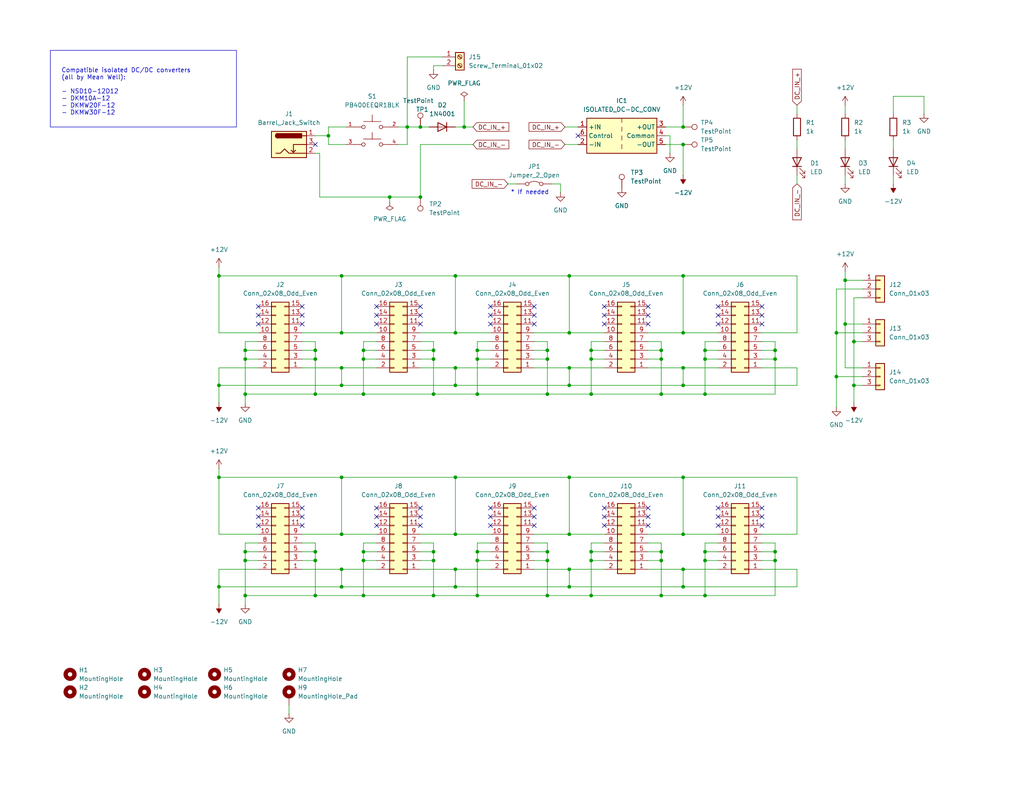
<source format=kicad_sch>
(kicad_sch (version 20250114) (generator "eeschema") (generator_version "9.0")
  (paper "User" 297 230)
  (title_block (title "Hog Moduleur PSU") (date "2025-06-04") (rev "0.1") (company "Shmøergh"))
  (rectangle (start 14.605 14.605) (end 68.58 36.83))
  (text "Compatible isolated DC/DC converters \n(all by Mean Well):\n\n- NSD10-12D12\n- DKM10A-12\n- DKMW20F-12\n- DKMW30F-12\n" (at 17.78 26.67 0) (effects (font (size 1.27 1.27)) (justify left)))
  (text "* If needed" (at 153.67 55.88 0) (effects (font (size 1.27 1.27))))
  (junction (at 138.43 101.6))
  (junction (at 198.12 154.94))
  (junction (at 113.03 57.15))
  (junction (at 105.41 160.02))
  (junction (at 198.12 36.83))
  (junction (at 99.06 154.94))
  (junction (at 91.44 104.14))
  (junction (at 132.08 138.43))
  (junction (at 165.1 96.52))
  (junction (at 204.47 114.3))
  (junction (at 71.12 101.6))
  (junction (at 138.43 162.56))
  (junction (at 63.5 80.01))
  (junction (at 125.73 160.02))
  (junction (at 63.5 170.18))
  (junction (at 158.75 160.02))
  (junction (at 204.47 172.72))
  (junction (at 191.77 114.3))
  (junction (at 99.06 138.43))
  (junction (at 198.12 96.52))
  (junction (at 91.44 162.56))
  (junction (at 71.12 172.72))
  (junction (at 138.43 160.02))
  (junction (at 121.92 36.83))
  (junction (at 158.75 114.3))
  (junction (at 165.1 80.01))
  (junction (at 204.47 101.6))
  (junction (at 165.1 170.18))
  (junction (at 191.77 160.02))
  (junction (at 198.12 106.68))
  (junction (at 134.62 36.83))
  (junction (at 105.41 104.14))
  (junction (at 91.44 101.6))
  (junction (at 247.65 99.06))
  (junction (at 91.44 172.72))
  (junction (at 224.79 160.02))
  (junction (at 125.73 114.3))
  (junction (at 171.45 160.02))
  (junction (at 71.12 114.3))
  (junction (at 105.41 162.56))
  (junction (at 171.45 114.3))
  (junction (at 198.12 41.91))
  (junction (at 118.11 36.83))
  (junction (at 99.06 170.18))
  (junction (at 99.06 80.01))
  (junction (at 105.41 114.3))
  (junction (at 63.5 138.43))
  (junction (at 204.47 104.14))
  (junction (at 204.47 160.02))
  (junction (at 224.79 101.6))
  (junction (at 91.44 160.02))
  (junction (at 158.75 101.6))
  (junction (at 158.75 104.14))
  (junction (at 99.06 165.1))
  (junction (at 125.73 162.56))
  (junction (at 165.1 138.43))
  (junction (at 191.77 101.6))
  (junction (at 165.1 106.68))
  (junction (at 105.41 101.6))
  (junction (at 91.44 114.3))
  (junction (at 198.12 111.76))
  (junction (at 132.08 106.68))
  (junction (at 198.12 138.43))
  (junction (at 121.92 57.15))
  (junction (at 171.45 104.14))
  (junction (at 132.08 154.94))
  (junction (at 132.08 80.01))
  (junction (at 198.12 80.01))
  (junction (at 204.47 162.56))
  (junction (at 71.12 162.56))
  (junction (at 171.45 172.72))
  (junction (at 132.08 96.52))
  (junction (at 171.45 101.6))
  (junction (at 125.73 172.72))
  (junction (at 105.41 172.72))
  (junction (at 171.45 162.56))
  (junction (at 224.79 104.14))
  (junction (at 99.06 106.68))
  (junction (at 165.1 154.94))
  (junction (at 138.43 114.3))
  (junction (at 191.77 162.56))
  (junction (at 198.12 165.1))
  (junction (at 132.08 111.76))
  (junction (at 242.57 96.52))
  (junction (at 132.08 170.18))
  (junction (at 165.1 165.1))
  (junction (at 95.25 39.37))
  (junction (at 63.5 111.76))
  (junction (at 99.06 96.52))
  (junction (at 71.12 104.14))
  (junction (at 245.11 93.98))
  (junction (at 138.43 172.72))
  (junction (at 242.57 109.22))
  (junction (at 191.77 104.14))
  (junction (at 224.79 162.56))
  (junction (at 198.12 170.18))
  (junction (at 99.06 111.76))
  (junction (at 165.1 111.76))
  (junction (at 158.75 162.56))
  (junction (at 125.73 101.6))
  (junction (at 125.73 104.14))
  (junction (at 158.75 172.72))
  (junction (at 132.08 165.1))
  (junction (at 247.65 111.76))
  (junction (at 245.11 81.28))
  (junction (at 191.77 172.72))
  (junction (at 138.43 104.14))
  (junction (at 71.12 160.02))
  (no_connect (at 220.98 152.4))
  (no_connect (at 175.26 149.86))
  (no_connect (at 121.92 91.44))
  (no_connect (at 142.24 152.4))
  (no_connect (at 187.96 93.98))
  (no_connect (at 109.22 147.32))
  (no_connect (at 87.63 149.86))
  (no_connect (at 175.26 152.4))
  (no_connect (at 167.64 39.37))
  (no_connect (at 154.94 91.44))
  (no_connect (at 175.26 91.44))
  (no_connect (at 187.96 147.32))
  (no_connect (at 187.96 149.86))
  (no_connect (at 121.92 93.98))
  (no_connect (at 87.63 91.44))
  (no_connect (at 154.94 149.86))
  (no_connect (at 154.94 152.4))
  (no_connect (at 87.63 88.9))
  (no_connect (at 142.24 149.86))
  (no_connect (at 74.93 93.98))
  (no_connect (at 154.94 93.98))
  (no_connect (at 74.93 149.86))
  (no_connect (at 109.22 91.44))
  (no_connect (at 74.93 88.9))
  (no_connect (at 154.94 88.9))
  (no_connect (at 220.98 93.98))
  (no_connect (at 175.26 88.9))
  (no_connect (at 91.44 41.91))
  (no_connect (at 208.28 93.98))
  (no_connect (at 74.93 147.32))
  (no_connect (at 87.63 147.32))
  (no_connect (at 109.22 149.86))
  (no_connect (at 142.24 147.32))
  (no_connect (at 154.94 147.32))
  (no_connect (at 121.92 147.32))
  (no_connect (at 187.96 91.44))
  (no_connect (at 208.28 149.86))
  (no_connect (at 208.28 91.44))
  (no_connect (at 142.24 93.98))
  (no_connect (at 142.24 91.44))
  (no_connect (at 220.98 147.32))
  (no_connect (at 121.92 149.86))
  (no_connect (at 121.92 88.9))
  (no_connect (at 175.26 93.98))
  (no_connect (at 175.26 147.32))
  (no_connect (at 109.22 88.9))
  (no_connect (at 121.92 152.4))
  (no_connect (at 220.98 88.9))
  (no_connect (at 74.93 91.44))
  (no_connect (at 187.96 152.4))
  (no_connect (at 208.28 152.4))
  (no_connect (at 87.63 152.4))
  (no_connect (at 87.63 93.98))
  (no_connect (at 109.22 152.4))
  (no_connect (at 208.28 147.32))
  (no_connect (at 208.28 88.9))
  (no_connect (at 74.93 152.4))
  (no_connect (at 187.96 88.9))
  (no_connect (at 109.22 93.98))
  (no_connect (at 220.98 91.44))
  (no_connect (at 220.98 149.86))
  (no_connect (at 142.24 88.9))
  (wire (pts (xy 91.44 172.72) (xy 71.12 172.72)))
  (wire (pts (xy 187.96 160.02) (xy 191.77 160.02)))
  (wire (pts (xy 171.45 99.06) (xy 171.45 101.6)))
  (wire (pts (xy 71.12 99.06) (xy 71.12 101.6)))
  (wire (pts (xy 118.11 41.91) (xy 118.11 36.83)))
  (wire (pts (xy 118.11 36.83) (xy 121.92 36.83)))
  (wire (pts (xy 87.63 106.68) (xy 99.06 106.68)))
  (wire (pts (xy 191.77 114.3) (xy 171.45 114.3)))
  (wire (pts (xy 99.06 80.01) (xy 132.08 80.01)))
  (wire (pts (xy 191.77 104.14) (xy 191.77 114.3)))
  (wire (pts (xy 204.47 160.02) (xy 204.47 162.56)))
  (wire (pts (xy 147.32 53.34) (xy 149.86 53.34)))
  (wire (pts (xy 125.73 162.56) (xy 125.73 172.72)))
  (wire (pts (xy 87.63 104.14) (xy 91.44 104.14)))
  (wire (pts (xy 99.06 154.94) (xy 99.06 138.43)))
  (wire (pts (xy 105.41 99.06) (xy 109.22 99.06)))
  (wire (pts (xy 165.1 106.68) (xy 175.26 106.68)))
  (wire (pts (xy 163.83 36.83) (xy 167.64 36.83)))
  (wire (pts (xy 63.5 96.52) (xy 63.5 80.01)))
  (wire (pts (xy 165.1 165.1) (xy 165.1 170.18)))
  (wire (pts (xy 191.77 101.6) (xy 191.77 104.14)))
  (wire (pts (xy 74.93 106.68) (xy 63.5 106.68)))
  (wire (pts (xy 125.73 114.3) (xy 138.43 114.3)))
  (wire (pts (xy 245.11 30.48) (xy 245.11 33.02)))
  (wire (pts (xy 165.1 138.43) (xy 165.1 154.94)))
  (wire (pts (xy 95.25 39.37) (xy 91.44 39.37)))
  (wire (pts (xy 63.5 80.01) (xy 63.5 77.47)))
  (wire (pts (xy 247.65 111.76) (xy 247.65 116.84)))
  (wire (pts (xy 63.5 80.01) (xy 99.06 80.01)))
  (wire (pts (xy 242.57 96.52) (xy 250.19 96.52)))
  (wire (pts (xy 224.79 162.56) (xy 224.79 172.72)))
  (wire (pts (xy 191.77 162.56) (xy 191.77 172.72)))
  (wire (pts (xy 224.79 172.72) (xy 204.47 172.72)))
  (wire (pts (xy 204.47 162.56) (xy 208.28 162.56)))
  (wire (pts (xy 187.96 157.48) (xy 191.77 157.48)))
  (wire (pts (xy 171.45 101.6) (xy 175.26 101.6)))
  (wire (pts (xy 132.08 165.1) (xy 142.24 165.1)))
  (wire (pts (xy 138.43 160.02) (xy 142.24 160.02)))
  (wire (pts (xy 74.93 165.1) (xy 63.5 165.1)))
  (wire (pts (xy 204.47 99.06) (xy 208.28 99.06)))
  (wire (pts (xy 171.45 157.48) (xy 175.26 157.48)))
  (wire (pts (xy 115.57 41.91) (xy 118.11 41.91)))
  (wire (pts (xy 191.77 114.3) (xy 204.47 114.3)))
  (wire (pts (xy 224.79 104.14) (xy 224.79 114.3)))
  (wire (pts (xy 220.98 106.68) (xy 231.14 106.68)))
  (wire (pts (xy 231.14 165.1) (xy 231.14 170.18)))
  (wire (pts (xy 204.47 104.14) (xy 204.47 114.3)))
  (wire (pts (xy 198.12 170.18) (xy 231.14 170.18)))
  (wire (pts (xy 105.41 162.56) (xy 109.22 162.56)))
  (wire (pts (xy 158.75 104.14) (xy 158.75 114.3)))
  (wire (pts (xy 132.08 80.01) (xy 165.1 80.01)))
  (wire (pts (xy 193.04 36.83) (xy 198.12 36.83)))
  (wire (pts (xy 245.11 106.68) (xy 250.19 106.68)))
  (wire (pts (xy 220.98 165.1) (xy 231.14 165.1)))
  (wire (pts (xy 91.44 114.3) (xy 105.41 114.3)))
  (wire (pts (xy 245.11 93.98) (xy 250.19 93.98)))
  (wire (pts (xy 87.63 157.48) (xy 91.44 157.48)))
  (wire (pts (xy 87.63 160.02) (xy 91.44 160.02)))
  (wire (pts (xy 132.08 96.52) (xy 142.24 96.52)))
  (wire (pts (xy 198.12 106.68) (xy 208.28 106.68)))
  (wire (pts (xy 158.75 162.56) (xy 158.75 172.72)))
  (wire (pts (xy 198.12 111.76) (xy 231.14 111.76)))
  (wire (pts (xy 193.04 39.37) (xy 194.31 39.37)))
  (wire (pts (xy 247.65 99.06) (xy 247.65 111.76)))
  (wire (pts (xy 71.12 104.14) (xy 71.12 114.3)))
  (wire (pts (xy 198.12 80.01) (xy 231.14 80.01)))
  (wire (pts (xy 63.5 154.94) (xy 63.5 138.43)))
  (wire (pts (xy 63.5 106.68) (xy 63.5 111.76)))
  (wire (pts (xy 100.33 41.91) (xy 95.25 41.91)))
  (wire (pts (xy 187.96 96.52) (xy 198.12 96.52)))
  (wire (pts (xy 242.57 109.22) (xy 242.57 96.52)))
  (wire (pts (xy 245.11 93.98) (xy 245.11 106.68)))
  (wire (pts (xy 109.22 154.94) (xy 99.06 154.94)))
  (wire (pts (xy 242.57 118.11) (xy 242.57 109.22)))
  (wire (pts (xy 165.1 96.52) (xy 175.26 96.52)))
  (wire (pts (xy 138.43 160.02) (xy 138.43 162.56)))
  (wire (pts (xy 99.06 170.18) (xy 132.08 170.18)))
  (wire (pts (xy 158.75 172.72) (xy 138.43 172.72)))
  (wire (pts (xy 125.73 160.02) (xy 125.73 162.56)))
  (wire (pts (xy 158.75 157.48) (xy 158.75 160.02)))
  (wire (pts (xy 171.45 99.06) (xy 175.26 99.06)))
  (wire (pts (xy 224.79 160.02) (xy 224.79 162.56)))
  (wire (pts (xy 63.5 170.18) (xy 63.5 175.26)))
  (wire (pts (xy 132.08 80.01) (xy 132.08 96.52)))
  (wire (pts (xy 250.19 111.76) (xy 247.65 111.76)))
  (wire (pts (xy 91.44 114.3) (xy 71.12 114.3)))
  (wire (pts (xy 162.56 55.88) (xy 162.56 53.34)))
  (wire (pts (xy 125.73 101.6) (xy 125.73 104.14)))
  (wire (pts (xy 109.22 106.68) (xy 99.06 106.68)))
  (wire (pts (xy 154.94 157.48) (xy 158.75 157.48)))
  (wire (pts (xy 121.92 165.1) (xy 132.08 165.1)))
  (wire (pts (xy 118.11 16.51) (xy 118.11 36.83)))
  (wire (pts (xy 71.12 101.6) (xy 71.12 104.14)))
  (wire (pts (xy 154.94 101.6) (xy 158.75 101.6)))
  (wire (pts (xy 187.96 104.14) (xy 191.77 104.14)))
  (wire (pts (xy 198.12 165.1) (xy 198.12 170.18)))
  (wire (pts (xy 105.41 104.14) (xy 105.41 114.3)))
  (wire (pts (xy 109.22 165.1) (xy 99.06 165.1)))
  (wire (pts (xy 231.14 30.48) (xy 231.14 33.02)))
  (wire (pts (xy 154.94 106.68) (xy 165.1 106.68)))
  (wire (pts (xy 165.1 80.01) (xy 198.12 80.01)))
  (wire (pts (xy 198.12 138.43) (xy 198.12 154.94)))
  (wire (pts (xy 121.92 104.14) (xy 125.73 104.14)))
  (wire (pts (xy 154.94 154.94) (xy 165.1 154.94)))
  (wire (pts (xy 224.79 99.06) (xy 224.79 101.6)))
  (wire (pts (xy 171.45 104.14) (xy 175.26 104.14)))
  (wire (pts (xy 165.1 138.43) (xy 198.12 138.43)))
  (wire (pts (xy 259.08 27.94) (xy 259.08 33.02)))
  (wire (pts (xy 87.63 99.06) (xy 91.44 99.06)))
  (wire (pts (xy 87.63 165.1) (xy 99.06 165.1)))
  (wire (pts (xy 121.92 154.94) (xy 132.08 154.94)))
  (wire (pts (xy 125.73 19.05) (xy 125.73 20.32)))
  (wire (pts (xy 71.12 160.02) (xy 74.93 160.02)))
  (wire (pts (xy 198.12 96.52) (xy 208.28 96.52)))
  (wire (pts (xy 259.08 53.34) (xy 259.08 50.8)))
  (wire (pts (xy 224.79 157.48) (xy 224.79 160.02)))
  (wire (pts (xy 138.43 162.56) (xy 142.24 162.56)))
  (wire (pts (xy 187.96 162.56) (xy 191.77 162.56)))
  (wire (pts (xy 267.97 33.02) (xy 267.97 27.94)))
  (wire (pts (xy 71.12 162.56) (xy 71.12 172.72)))
  (wire (pts (xy 154.94 160.02) (xy 158.75 160.02)))
  (wire (pts (xy 121.92 106.68) (xy 132.08 106.68)))
  (wire (pts (xy 99.06 165.1) (xy 99.06 170.18)))
  (wire (pts (xy 71.12 157.48) (xy 74.93 157.48)))
  (wire (pts (xy 165.1 80.01) (xy 165.1 96.52)))
  (wire (pts (xy 87.63 154.94) (xy 99.06 154.94)))
  (wire (pts (xy 105.41 101.6) (xy 105.41 104.14)))
  (wire (pts (xy 91.44 104.14) (xy 91.44 114.3)))
  (wire (pts (xy 231.14 106.68) (xy 231.14 111.76)))
  (wire (pts (xy 105.41 162.56) (xy 105.41 172.72)))
  (wire (pts (xy 171.45 162.56) (xy 171.45 172.72)))
  (wire (pts (xy 92.71 44.45) (xy 91.44 44.45)))
  (wire (pts (xy 91.44 157.48) (xy 91.44 160.02)))
  (wire (pts (xy 220.98 101.6) (xy 224.79 101.6)))
  (wire (pts (xy 171.45 157.48) (xy 171.45 160.02)))
  (wire (pts (xy 125.73 104.14) (xy 125.73 114.3)))
  (wire (pts (xy 231.14 80.01) (xy 231.14 96.52)))
  (wire (pts (xy 105.41 160.02) (xy 109.22 160.02)))
  (wire (pts (xy 138.43 162.56) (xy 138.43 172.72)))
  (wire (pts (xy 121.92 160.02) (xy 125.73 160.02)))
  (wire (pts (xy 245.11 53.34) (xy 245.11 50.8)))
  (wire (pts (xy 165.1 106.68) (xy 165.1 111.76)))
  (wire (pts (xy 71.12 99.06) (xy 74.93 99.06)))
  (wire (pts (xy 132.08 111.76) (xy 165.1 111.76)))
  (wire (pts (xy 99.06 111.76) (xy 132.08 111.76)))
  (wire (pts (xy 245.11 43.18) (xy 245.11 40.64)))
  (wire (pts (xy 158.75 99.06) (xy 158.75 101.6)))
  (wire (pts (xy 138.43 101.6) (xy 138.43 104.14)))
  (wire (pts (xy 125.73 99.06) (xy 125.73 101.6)))
  (wire (pts (xy 158.75 114.3) (xy 171.45 114.3)))
  (wire (pts (xy 138.43 157.48) (xy 142.24 157.48)))
  (wire (pts (xy 128.27 19.05) (xy 125.73 19.05)))
  (wire (pts (xy 105.41 157.48) (xy 109.22 157.48)))
  (wire (pts (xy 231.14 138.43) (xy 231.14 154.94)))
  (wire (pts (xy 224.79 101.6) (xy 224.79 104.14)))
  (wire (pts (xy 250.19 86.36) (xy 247.65 86.36)))
  (wire (pts (xy 165.1 111.76) (xy 198.12 111.76)))
  (wire (pts (xy 231.14 53.34) (xy 231.14 50.8)))
  (wire (pts (xy 71.12 101.6) (xy 74.93 101.6)))
  (wire (pts (xy 99.06 138.43) (xy 132.08 138.43)))
  (wire (pts (xy 171.45 160.02) (xy 175.26 160.02)))
  (wire (pts (xy 71.12 172.72) (xy 71.12 175.26)))
  (wire (pts (xy 134.62 29.21) (xy 134.62 36.83)))
  (wire (pts (xy 171.45 162.56) (xy 175.26 162.56)))
  (wire (pts (xy 91.44 99.06) (xy 91.44 101.6)))
  (wire (pts (xy 220.98 160.02) (xy 224.79 160.02)))
  (wire (pts (xy 121.92 157.48) (xy 125.73 157.48)))
  (wire (pts (xy 154.94 162.56) (xy 158.75 162.56)))
  (wire (pts (xy 247.65 86.36) (xy 247.65 99.06)))
  (wire (pts (xy 95.25 36.83) (xy 95.25 39.37)))
  (wire (pts (xy 154.94 96.52) (xy 165.1 96.52)))
  (wire (pts (xy 204.47 157.48) (xy 204.47 160.02)))
  (wire (pts (xy 165.1 154.94) (xy 175.26 154.94)))
  (wire (pts (xy 87.63 96.52) (xy 99.06 96.52)))
  (wire (pts (xy 71.12 104.14) (xy 74.93 104.14)))
  (wire (pts (xy 242.57 96.52) (xy 242.57 83.82)))
  (wire (pts (xy 121.92 99.06) (xy 125.73 99.06)))
  (wire (pts (xy 163.83 41.91) (xy 167.64 41.91)))
  (wire (pts (xy 132.08 138.43) (xy 165.1 138.43)))
  (wire (pts (xy 191.77 99.06) (xy 191.77 101.6)))
  (wire (pts (xy 245.11 78.74) (xy 245.11 81.28)))
  (wire (pts (xy 109.22 96.52) (xy 99.06 96.52)))
  (wire (pts (xy 220.98 154.94) (xy 231.14 154.94)))
  (wire (pts (xy 105.41 157.48) (xy 105.41 160.02)))
  (wire (pts (xy 87.63 101.6) (xy 91.44 101.6)))
  (wire (pts (xy 137.16 41.91) (xy 121.92 41.91)))
  (wire (pts (xy 63.5 165.1) (xy 63.5 170.18)))
  (wire (pts (xy 165.1 170.18) (xy 198.12 170.18)))
  (wire (pts (xy 128.27 16.51) (xy 118.11 16.51)))
  (wire (pts (xy 71.12 157.48) (xy 71.12 160.02)))
  (wire (pts (xy 91.44 162.56) (xy 91.44 172.72)))
  (wire (pts (xy 74.93 154.94) (xy 63.5 154.94)))
  (wire (pts (xy 71.12 162.56) (xy 74.93 162.56)))
  (wire (pts (xy 121.92 36.83) (xy 124.46 36.83)))
  (wire (pts (xy 92.71 44.45) (xy 92.71 57.15)))
  (wire (pts (xy 132.08 36.83) (xy 134.62 36.83)))
  (wire (pts (xy 138.43 104.14) (xy 138.43 114.3)))
  (wire (pts (xy 198.12 138.43) (xy 231.14 138.43)))
  (wire (pts (xy 220.98 96.52) (xy 231.14 96.52)))
  (wire (pts (xy 158.75 160.02) (xy 158.75 162.56)))
  (wire (pts (xy 125.73 172.72) (xy 105.41 172.72)))
  (wire (pts (xy 198.12 80.01) (xy 198.12 96.52)))
  (wire (pts (xy 138.43 99.06) (xy 138.43 101.6)))
  (wire (pts (xy 191.77 172.72) (xy 171.45 172.72)))
  (wire (pts (xy 204.47 157.48) (xy 208.28 157.48)))
  (wire (pts (xy 191.77 157.48) (xy 191.77 160.02)))
  (wire (pts (xy 245.11 81.28) (xy 250.19 81.28)))
  (wire (pts (xy 247.65 99.06) (xy 250.19 99.06)))
  (wire (pts (xy 231.14 43.18) (xy 231.14 40.64)))
  (wire (pts (xy 132.08 170.18) (xy 165.1 170.18)))
  (wire (pts (xy 105.41 104.14) (xy 109.22 104.14)))
  (wire (pts (xy 99.06 96.52) (xy 99.06 80.01)))
  (wire (pts (xy 63.5 138.43) (xy 63.5 135.89)))
  (wire (pts (xy 74.93 96.52) (xy 63.5 96.52)))
  (wire (pts (xy 171.45 160.02) (xy 171.45 162.56)))
  (wire (pts (xy 63.5 170.18) (xy 99.06 170.18)))
  (wire (pts (xy 91.44 172.72) (xy 105.41 172.72)))
  (wire (pts (xy 198.12 154.94) (xy 208.28 154.94)))
  (wire (pts (xy 267.97 27.94) (xy 259.08 27.94)))
  (wire (pts (xy 171.45 104.14) (xy 171.45 114.3)))
  (wire (pts (xy 113.03 58.42) (xy 113.03 57.15)))
  (wire (pts (xy 198.12 165.1) (xy 208.28 165.1)))
  (wire (pts (xy 154.94 104.14) (xy 158.75 104.14)))
  (wire (pts (xy 121.92 96.52) (xy 132.08 96.52)))
  (wire (pts (xy 100.33 36.83) (xy 95.25 36.83)))
  (wire (pts (xy 134.62 36.83) (xy 137.16 36.83)))
  (wire (pts (xy 194.31 39.37) (xy 194.31 44.45)))
  (wire (pts (xy 132.08 154.94) (xy 142.24 154.94)))
  (wire (pts (xy 204.47 99.06) (xy 204.47 101.6)))
  (wire (pts (xy 99.06 106.68) (xy 99.06 111.76)))
  (wire (pts (xy 162.56 53.34) (xy 160.02 53.34)))
  (wire (pts (xy 132.08 106.68) (xy 132.08 111.76)))
  (wire (pts (xy 154.94 99.06) (xy 158.75 99.06)))
  (wire (pts (xy 242.57 83.82) (xy 250.19 83.82)))
  (wire (pts (xy 113.03 57.15) (xy 92.71 57.15)))
  (wire (pts (xy 105.41 160.02) (xy 105.41 162.56)))
  (wire (pts (xy 187.96 99.06) (xy 191.77 99.06)))
  (wire (pts (xy 220.98 104.14) (xy 224.79 104.14)))
  (wire (pts (xy 165.1 165.1) (xy 175.26 165.1)))
  (wire (pts (xy 63.5 138.43) (xy 99.06 138.43)))
  (wire (pts (xy 125.73 114.3) (xy 105.41 114.3)))
  (wire (pts (xy 105.41 99.06) (xy 105.41 101.6)))
  (wire (pts (xy 121.92 162.56) (xy 125.73 162.56)))
  (wire (pts (xy 154.94 165.1) (xy 165.1 165.1)))
  (wire (pts (xy 105.41 101.6) (xy 109.22 101.6)))
  (wire (pts (xy 220.98 162.56) (xy 224.79 162.56)))
  (wire (pts (xy 158.75 101.6) (xy 158.75 104.14)))
  (wire (pts (xy 63.5 111.76) (xy 99.06 111.76)))
  (wire (pts (xy 187.96 101.6) (xy 191.77 101.6)))
  (wire (pts (xy 198.12 50.8) (xy 198.12 41.91)))
  (wire (pts (xy 71.12 160.02) (xy 71.12 162.56)))
  (wire (pts (xy 71.12 114.3) (xy 71.12 116.84)))
  (wire (pts (xy 95.25 41.91) (xy 95.25 39.37)))
  (wire (pts (xy 220.98 157.48) (xy 224.79 157.48)))
  (wire (pts (xy 204.47 101.6) (xy 208.28 101.6)))
  (wire (pts (xy 191.77 172.72) (xy 204.47 172.72)))
  (wire (pts (xy 158.75 172.72) (xy 171.45 172.72)))
  (wire (pts (xy 138.43 101.6) (xy 142.24 101.6)))
  (wire (pts (xy 132.08 165.1) (xy 132.08 170.18)))
  (wire (pts (xy 121.92 41.91) (xy 121.92 57.15)))
  (wire (pts (xy 198.12 30.48) (xy 198.12 36.83)))
  (wire (pts (xy 204.47 101.6) (xy 204.47 104.14)))
  (wire (pts (xy 91.44 160.02) (xy 91.44 162.56)))
  (wire (pts (xy 259.08 43.18) (xy 259.08 40.64)))
  (wire (pts (xy 187.96 154.94) (xy 198.12 154.94)))
  (wire (pts (xy 187.96 165.1) (xy 198.12 165.1)))
  (wire (pts (xy 220.98 99.06) (xy 224.79 99.06)))
  (wire (pts (xy 138.43 99.06) (xy 142.24 99.06)))
  (wire (pts (xy 87.63 162.56) (xy 91.44 162.56)))
  (wire (pts (xy 242.57 109.22) (xy 250.19 109.22)))
  (wire (pts (xy 132.08 138.43) (xy 132.08 154.94)))
  (wire (pts (xy 138.43 157.48) (xy 138.43 160.02)))
  (wire (pts (xy 132.08 106.68) (xy 142.24 106.68)))
  (wire (pts (xy 121.92 101.6) (xy 125.73 101.6)))
  (wire (pts (xy 171.45 101.6) (xy 171.45 104.14)))
  (wire (pts (xy 204.47 160.02) (xy 208.28 160.02)))
  (wire (pts (xy 193.04 41.91) (xy 198.12 41.91)))
  (wire (pts (xy 91.44 101.6) (xy 91.44 104.14)))
  (wire (pts (xy 125.73 172.72) (xy 138.43 172.72)))
  (wire (pts (xy 204.47 162.56) (xy 204.47 172.72)))
  (wire (pts (xy 158.75 114.3) (xy 138.43 114.3)))
  (wire (pts (xy 191.77 160.02) (xy 191.77 162.56)))
  (wire (pts (xy 204.47 104.14) (xy 208.28 104.14)))
  (wire (pts (xy 198.12 106.68) (xy 198.12 111.76)))
  (wire (pts (xy 63.5 111.76) (xy 63.5 116.84)))
  (wire (pts (xy 83.82 207.01) (xy 83.82 204.47)))
  (wire (pts (xy 224.79 114.3) (xy 204.47 114.3)))
  (wire (pts (xy 125.73 157.48) (xy 125.73 160.02)))
  (wire (pts (xy 121.92 57.15) (xy 113.03 57.15)))
  (wire (pts (xy 187.96 106.68) (xy 198.12 106.68)))
  (wire (pts (xy 138.43 104.14) (xy 142.24 104.14)))
  (wire (pts (xy 245.11 81.28) (xy 245.11 93.98)))
  (wire (pts (xy 115.57 36.83) (xy 118.11 36.83)))
  (global_label "DC_IN_+" (shape input) (at 231.14 30.48 90) (property "Intersheetrefs" "${INTERSHEET_REFS}" (effects (hide yes))))
  (global_label "DC_IN_-" (shape input) (at 147.32 53.34 180) (property "Intersheetrefs" "${INTERSHEET_REFS}" (effects (hide yes))))
  (global_label "DC_IN_+" (shape input) (at 137.16 36.83 0) (property "Intersheetrefs" "${INTERSHEET_REFS}" (effects (hide yes))))
  (global_label "DC_IN_-" (shape input) (at 137.16 41.91 0) (property "Intersheetrefs" "${INTERSHEET_REFS}" (effects (hide yes))))
  (global_label "DC_IN_-" (shape input) (at 163.83 41.91 180) (property "Intersheetrefs" "${INTERSHEET_REFS}" (effects (hide yes))))
  (global_label "DC_IN_-" (shape input) (at 231.14 53.34 270) (property "Intersheetrefs" "${INTERSHEET_REFS}" (effects (hide yes))))
  (global_label "DC_IN_+" (shape input) (at 163.83 36.83 180) (property "Intersheetrefs" "${INTERSHEET_REFS}" (effects (hide yes))))
  (symbol (lib_id "Device:R") (at 259.08 36.83 0) (unit 1)
    (property "Reference" "R3" (at 261.62 35.5599 0) (effects (justify left)))
    (property "Value" "1k" (at 261.62 38.0999 0) (effects (justify left)))
    (property "Footprint" "Shmoergh_Custom_Footprints:R_Axial_DIN0207_L6.3mm_D2.5mm_P7.62mm_Horizontal" (effects (hide yes)))
    (property "Description" "Resistor" (effects (hide yes)))
    (property "Part No." "303-MF0W4FF1001A10 " (effects (hide yes)))
    (property "Part URL" "https://mou.sr/3ZzOD6G" (effects (hide yes)))
    (property "Vendor" "Mouser" (effects (hide yes)))
  )
  (symbol (lib_id "Mechanical:MountingHole") (at 83.82 195.58 0) (unit 1) (exclude_from_sim yes) (in_bom no)
    (property "Reference" "H7" (at 86.36 194.3099 0) (effects (justify left)))
    (property "Value" "MountingHole" (at 86.36 196.8499 0) (effects (justify left)))
    (property "Footprint" "MountingHole:MountingHole_3.2mm_M3_DIN965" (effects (hide yes)))
    (property "Description" "Mounting Hole without connection" (effects (hide yes)))
    (property "Part No." "N/A" (effects (hide yes)))
    (property "Part URL" "N/A" (effects (hide yes)))
    (property "Vendor" "N/A" (effects (hide yes)))
  )
  (symbol (lib_id "power:GND") (at 83.82 207.01 0) (unit 1)
    (property "Reference" "#PWR012" (effects (hide yes)))
    (property "Value" "GND" (at 83.82 212.09 0))
    (property "Description" "Power symbol creates a global label with name \"GND\" , ground" (effects (hide yes)))
  )
  (symbol (lib_name "-12V_1") (lib_id "power:-12V") (at 63.5 116.84 180) (unit 1)
    (property "Reference" "#PWR02" (effects (hide yes)))
    (property "Value" "-12V" (at 63.5 121.92 0))
    (property "Description" "Power symbol creates a global label with name \"-12V\"" (effects (hide yes)))
  )
  (symbol (lib_name "GND_1") (lib_id "power:GND") (at 125.73 20.32 0) (unit 1)
    (property "Reference" "#PWR016" (effects (hide yes)))
    (property "Value" "GND" (at 125.73 25.4 0))
    (property "Description" "Power symbol creates a global label with name \"GND\" , ground" (effects (hide yes)))
  )
  (symbol (lib_id "power:GND") (at 242.57 118.11 0) (unit 1)
    (property "Reference" "#PWR015" (effects (hide yes)))
    (property "Value" "GND" (at 242.57 123.19 0))
    (property "Description" "Power symbol creates a global label with name \"GND\" , ground" (effects (hide yes)))
  )
  (symbol (lib_id "Connector_Generic:Conn_02x08_Odd_Even") (at 215.9 157.48 180) (unit 1)
    (property "Reference" "J11" (at 214.63 140.97 0))
    (property "Value" "Conn_02x08_Odd_Even" (at 214.63 143.51 0))
    (property "Footprint" "Connector_IDC:IDC-Header_2x08_P2.54mm_Vertical" (effects (hide yes)))
    (property "Description" "Generic connector, double row, 02x08, odd/even pin numbering scheme (row 1 odd numbers, row 2 even numbers), script generated (kicad-library-utils/schlib/autogen/connector/)" (effects (hide yes)))
    (property "Part No." "737-BHR-16-VUA" (effects (hide yes)))
    (property "Part URL" "https://mou.sr/4jUmWfT" (effects (hide yes)))
    (property "Vendor" "Mouser" (effects (hide yes)))
  )
  (symbol (lib_id "Connector_Generic:Conn_01x03") (at 255.27 83.82 0) (unit 1) (in_bom no)
    (property "Reference" "J12" (at 257.81 82.5499 0) (effects (justify left)))
    (property "Value" "Conn_01x03" (at 257.81 85.0899 0) (effects (justify left)))
    (property "Footprint" "Connector_PinHeader_2.54mm:PinHeader_1x03_P2.54mm_Vertical" (effects (hide yes)))
    (property "Description" "Generic connector, single row, 01x03, script generated (kicad-library-utils/schlib/autogen/connector/)" (effects (hide yes)))
  )
  (symbol (lib_id "Connector_Generic:Conn_01x03") (at 255.27 109.22 0) (unit 1) (in_bom no)
    (property "Reference" "J14" (at 257.81 107.9499 0) (effects (justify left)))
    (property "Value" "Conn_01x03" (at 257.81 110.4899 0) (effects (justify left)))
    (property "Footprint" "Connector_PinHeader_2.54mm:PinHeader_1x03_P2.54mm_Vertical" (effects (hide yes)))
    (property "Description" "Generic connector, single row, 01x03, script generated (kicad-library-utils/schlib/autogen/connector/)" (effects (hide yes)))
  )
  (symbol (lib_id "power:PWR_FLAG") (at 134.62 29.21 0) (unit 1)
    (property "Reference" "#FLG01" (effects (hide yes)))
    (property "Value" "PWR_FLAG" (at 134.62 24.13 0))
    (property "Description" "Special symbol for telling ERC where power comes from" (effects (hide yes)))
  )
  (symbol (lib_name "+12V_1") (lib_id "power:+12V") (at 63.5 77.47 0) (unit 1)
    (property "Reference" "#PWR01" (effects (hide yes)))
    (property "Value" "+12V" (at 63.5 72.39 0))
    (property "Description" "Power symbol creates a global label with name \"+12V\"" (effects (hide yes)))
  )
  (symbol (lib_id "Device:R") (at 245.11 36.83 0) (unit 1)
    (property "Reference" "R2" (at 247.65 35.5599 0) (effects (justify left)))
    (property "Value" "1k" (at 247.65 38.0999 0) (effects (justify left)))
    (property "Footprint" "Shmoergh_Custom_Footprints:R_Axial_DIN0207_L6.3mm_D2.5mm_P7.62mm_Horizontal" (effects (hide yes)))
    (property "Description" "Resistor" (effects (hide yes)))
    (property "Part No." "303-MF0W4FF1001A10 " (effects (hide yes)))
    (property "Part URL" "https://mou.sr/3ZzOD6G" (effects (hide yes)))
    (property "Vendor" "Mouser" (effects (hide yes)))
  )
  (symbol (lib_name "GND_2") (lib_id "power:GND") (at 267.97 33.02 0) (unit 1)
    (property "Reference" "#PWR019" (effects (hide yes)))
    (property "Value" "GND" (at 267.97 38.1 0))
    (property "Description" "Power symbol creates a global label with name \"GND\" , ground" (effects (hide yes)))
  )
  (symbol (lib_id "power:PWR_FLAG") (at 113.03 58.42 180) (unit 1)
    (property "Reference" "#FLG02" (effects (hide yes)))
    (property "Value" "PWR_FLAG" (at 113.03 63.5 0))
    (property "Description" "Special symbol for telling ERC where power comes from" (effects (hide yes)))
  )
  (symbol (lib_name "+12V_1") (lib_id "power:+12V") (at 63.5 135.89 0) (unit 1)
    (property "Reference" "#PWR04" (effects (hide yes)))
    (property "Value" "+12V" (at 63.5 130.81 0))
    (property "Description" "Power symbol creates a global label with name \"+12V\"" (effects (hide yes)))
  )
  (symbol (lib_id "Shmoergh-Custom-Components:PB400EEQR1BLK") (at 107.95 39.37 0) (unit 1)
    (property "Reference" "S1" (at 107.95 27.94 0))
    (property "Value" "PB400EEQR1BLK" (at 107.95 30.48 0))
    (property "Footprint" "Shmoergh_Custom_Footprints:SW_PB400EEQR1BLK" (effects (hide yes)))
    (property "Description" "Pushbutton Switch, DPST,OFF-ON, Round Actuator,3A,30VDC, R/A PC, PB400 Series | E-Switch PB400EEQR1BLK" (effects (hide yes)))
    (property "MF" "E-Switch" (effects (hide yes)))
    (property "MAXIMUM_PACKAGE_HEIGHT" "10.6 mm" (effects (hide yes)))
    (property "Package" "None" (effects (hide yes)))
    (property "Price" "None" (effects (hide yes)))
    (property "Check_prices" "https://www.snapeda.com/parts/PB400EEQR1BLK/E-Switch/view-part/?ref=eda" (effects (hide yes)))
    (property "STANDARD" "Manufacturer Recommendations" (effects (hide yes)))
    (property "PARTREV" "A" (effects (hide yes)))
    (property "SnapEDA_Link" "https://www.snapeda.com/parts/PB400EEQR1BLK/E-Switch/view-part/?ref=snap" (effects (hide yes)))
    (property "MP" "PB400EEQR1BLK" (effects (hide yes)))
    (property "Availability" "In Stock" (effects (hide yes)))
    (property "MANUFACTURER" "E-Switch" (effects (hide yes)))
    (property "Part No." "612-PB400EEQR1BLK " (effects (hide yes)))
    (property "Part URL" "https://mou.sr/3TDv9tV" (effects (hide yes)))
    (property "Vendor" "Mouser" (effects (hide yes)))
  )
  (symbol (lib_id "Connector:TestPoint") (at 180.34 54.61 0) (unit 1) (in_bom no)
    (property "Reference" "TP3" (at 182.88 50.0379 0) (effects (justify left)))
    (property "Value" "TestPoint" (at 182.88 52.5779 0) (effects (justify left)))
    (property "Footprint" "TestPoint:TestPoint_THTPad_2.0x2.0mm_Drill1.0mm" (effects (hide yes)))
    (property "Description" "test point" (effects (hide yes)))
    (property "Part No." "N/A" (effects (hide yes)))
    (property "Part URL" "N/A" (effects (hide yes)))
    (property "Vendor" "N/A" (effects (hide yes)))
  )
  (symbol (lib_id "Mechanical:MountingHole") (at 20.32 195.58 0) (unit 1) (exclude_from_sim yes) (in_bom no)
    (property "Reference" "H1" (at 22.86 194.3099 0) (effects (justify left)))
    (property "Value" "MountingHole" (at 22.86 196.8499 0) (effects (justify left)))
    (property "Footprint" "MountingHole:MountingHole_3.2mm_M3_DIN965" (effects (hide yes)))
    (property "Description" "Mounting Hole without connection" (effects (hide yes)))
    (property "Part No." "N/A" (effects (hide yes)))
    (property "Part URL" "N/A" (effects (hide yes)))
    (property "Vendor" "N/A" (effects (hide yes)))
  )
  (symbol (lib_id "Connector_Generic:Conn_02x08_Odd_Even") (at 182.88 157.48 180) (unit 1)
    (property "Reference" "J10" (at 181.61 140.97 0))
    (property "Value" "Conn_02x08_Odd_Even" (at 181.61 143.51 0))
    (property "Footprint" "Connector_IDC:IDC-Header_2x08_P2.54mm_Vertical" (effects (hide yes)))
    (property "Description" "Generic connector, double row, 02x08, odd/even pin numbering scheme (row 1 odd numbers, row 2 even numbers), script generated (kicad-library-utils/schlib/autogen/connector/)" (effects (hide yes)))
    (property "Part No." "737-BHR-16-VUA" (effects (hide yes)))
    (property "Part URL" "https://mou.sr/4jUmWfT" (effects (hide yes)))
    (property "Vendor" "Mouser" (effects (hide yes)))
  )
  (symbol (lib_name "+12V_1") (lib_id "power:+12V") (at 198.12 30.48 0) (unit 1)
    (property "Reference" "#PWR010" (effects (hide yes)))
    (property "Value" "+12V" (at 198.12 25.4 0))
    (property "Description" "Power symbol creates a global label with name \"+12V\"" (effects (hide yes)))
  )
  (symbol (lib_id "Mechanical:MountingHole") (at 41.91 195.58 0) (unit 1) (exclude_from_sim yes) (in_bom no)
    (property "Reference" "H3" (at 44.45 194.3099 0) (effects (justify left)))
    (property "Value" "MountingHole" (at 44.45 196.8499 0) (effects (justify left)))
    (property "Footprint" "MountingHole:MountingHole_3.2mm_M3_DIN965" (effects (hide yes)))
    (property "Description" "Mounting Hole without connection" (effects (hide yes)))
    (property "Part No." "N/A" (effects (hide yes)))
    (property "Part URL" "N/A" (effects (hide yes)))
    (property "Vendor" "N/A" (effects (hide yes)))
  )
  (symbol (lib_id "Connector_Generic:Conn_02x08_Odd_Even") (at 215.9 99.06 180) (unit 1)
    (property "Reference" "J6" (at 214.63 82.55 0))
    (property "Value" "Conn_02x08_Odd_Even" (at 214.63 85.09 0))
    (property "Footprint" "Connector_IDC:IDC-Header_2x08_P2.54mm_Vertical" (effects (hide yes)))
    (property "Description" "Generic connector, double row, 02x08, odd/even pin numbering scheme (row 1 odd numbers, row 2 even numbers), script generated (kicad-library-utils/schlib/autogen/connector/)" (effects (hide yes)))
    (property "Part No." "737-BHR-16-VUA" (effects (hide yes)))
    (property "Part URL" "https://mou.sr/4jUmWfT" (effects (hide yes)))
    (property "Vendor" "Mouser" (effects (hide yes)))
  )
  (symbol (lib_id "Connector_Generic:Conn_02x08_Odd_Even") (at 116.84 99.06 180) (unit 1)
    (property "Reference" "J3" (at 115.57 82.55 0))
    (property "Value" "Conn_02x08_Odd_Even" (at 115.57 85.09 0))
    (property "Footprint" "Connector_IDC:IDC-Header_2x08_P2.54mm_Vertical" (effects (hide yes)))
    (property "Description" "Generic connector, double row, 02x08, odd/even pin numbering scheme (row 1 odd numbers, row 2 even numbers), script generated (kicad-library-utils/schlib/autogen/connector/)" (effects (hide yes)))
    (property "Part No." "737-BHR-16-VUA" (effects (hide yes)))
    (property "Part URL" "https://mou.sr/4jUmWfT" (effects (hide yes)))
    (property "Vendor" "Mouser" (effects (hide yes)))
  )
  (symbol (lib_id "Device:D") (at 128.27 36.83 180) (unit 1)
    (property "Reference" "D2" (at 128.27 30.48 0))
    (property "Value" "1N4001" (at 128.27 33.02 0))
    (property "Footprint" "Diode_THT:D_DO-41_SOD81_P7.62mm_Horizontal" (effects (hide yes)))
    (property "Description" "Diode" (effects (hide yes)))
    (property "Sim.Device" "D" (effects (hide yes)))
    (property "Sim.Pins" "1=K 2=A" (effects (hide yes)))
    (property "Part No." "637-1N4001 " (effects (hide yes)))
    (property "Part URL" "https://mou.sr/3DfEJyK" (effects (hide yes)))
    (property "Vendor" "Mouser" (effects (hide yes)))
  )
  (symbol (lib_id "Mechanical:MountingHole") (at 20.32 200.66 0) (unit 1) (exclude_from_sim yes) (in_bom no)
    (property "Reference" "H2" (at 22.86 199.3899 0) (effects (justify left)))
    (property "Value" "MountingHole" (at 22.86 201.9299 0) (effects (justify left)))
    (property "Footprint" "MountingHole:MountingHole_3.2mm_M3_DIN965" (effects (hide yes)))
    (property "Description" "Mounting Hole without connection" (effects (hide yes)))
    (property "Part No." "N/A" (effects (hide yes)))
    (property "Part URL" "N/A" (effects (hide yes)))
    (property "Vendor" "N/A" (effects (hide yes)))
  )
  (symbol (lib_id "Connector:TestPoint") (at 121.92 36.83 0) (unit 1) (in_bom no)
    (property "Reference" "TP1" (at 120.65 31.75 0) (effects (justify left)))
    (property "Value" "TestPoint" (at 116.84 29.21 0) (effects (justify left)))
    (property "Footprint" "TestPoint:TestPoint_THTPad_2.0x2.0mm_Drill1.0mm" (effects (hide yes)))
    (property "Description" "test point" (effects (hide yes)))
    (property "Part No." "N/A" (effects (hide yes)))
    (property "Part URL" "N/A" (effects (hide yes)))
    (property "Vendor" "N/A" (effects (hide yes)))
  )
  (symbol (lib_id "Connector:TestPoint") (at 198.12 36.83 270) (unit 1) (in_bom no)
    (property "Reference" "TP4" (at 203.2 35.5599 90) (effects (justify left)))
    (property "Value" "TestPoint" (at 203.2 38.0999 90) (effects (justify left)))
    (property "Footprint" "TestPoint:TestPoint_THTPad_2.0x2.0mm_Drill1.0mm" (effects (hide yes)))
    (property "Description" "test point" (effects (hide yes)))
    (property "Part No." "N/A" (effects (hide yes)))
    (property "Part URL" "N/A" (effects (hide yes)))
    (property "Vendor" "N/A" (effects (hide yes)))
  )
  (symbol (lib_name "GND_1") (lib_id "power:GND") (at 162.56 55.88 0) (unit 1)
    (property "Reference" "#PWR07" (effects (hide yes)))
    (property "Value" "GND" (at 162.56 60.96 0))
    (property "Description" "Power symbol creates a global label with name \"GND\" , ground" (effects (hide yes)))
  )
  (symbol (lib_id "Connector_Generic:Conn_02x08_Odd_Even") (at 116.84 157.48 180) (unit 1)
    (property "Reference" "J8" (at 115.57 140.97 0))
    (property "Value" "Conn_02x08_Odd_Even" (at 115.57 143.51 0))
    (property "Footprint" "Connector_IDC:IDC-Header_2x08_P2.54mm_Vertical" (effects (hide yes)))
    (property "Description" "Generic connector, double row, 02x08, odd/even pin numbering scheme (row 1 odd numbers, row 2 even numbers), script generated (kicad-library-utils/schlib/autogen/connector/)" (effects (hide yes)))
    (property "Part No." "737-BHR-16-VUA" (effects (hide yes)))
    (property "Part URL" "https://mou.sr/4jUmWfT" (effects (hide yes)))
    (property "Vendor" "Mouser" (effects (hide yes)))
  )
  (symbol (lib_id "Device:R") (at 231.14 36.83 0) (unit 1)
    (property "Reference" "R1" (at 233.68 35.5599 0) (effects (justify left)))
    (property "Value" "1k" (at 233.68 38.0999 0) (effects (justify left)))
    (property "Footprint" "Shmoergh_Custom_Footprints:R_Axial_DIN0207_L6.3mm_D2.5mm_P7.62mm_Horizontal" (effects (hide yes)))
    (property "Description" "Resistor" (effects (hide yes)))
    (property "Part No." "303-MF0W4FF1001A10 " (effects (hide yes)))
    (property "Part URL" "https://mou.sr/3ZzOD6G" (effects (hide yes)))
    (property "Vendor" "Mouser" (effects (hide yes)))
  )
  (symbol (lib_name "GND_2") (lib_id "power:GND") (at 245.11 53.34 0) (unit 1)
    (property "Reference" "#PWR018" (effects (hide yes)))
    (property "Value" "GND" (at 245.11 58.42 0))
    (property "Description" "Power symbol creates a global label with name \"GND\" , ground" (effects (hide yes)))
  )
  (symbol (lib_id "Mechanical:MountingHole_Pad") (at 83.82 201.93 0) (unit 1) (exclude_from_sim yes) (in_bom no)
    (property "Reference" "H9" (at 86.36 199.3899 0) (effects (justify left)))
    (property "Value" "MountingHole_Pad" (at 86.36 201.9299 0) (effects (justify left)))
    (property "Footprint" "MountingHole:MountingHole_3.2mm_M3_DIN965_Pad" (effects (hide yes)))
    (property "Description" "Mounting Hole with connection" (effects (hide yes)))
  )
  (symbol (lib_id "Connector_Generic:Conn_02x08_Odd_Even") (at 82.55 157.48 180) (unit 1)
    (property "Reference" "J7" (at 81.28 140.97 0))
    (property "Value" "Conn_02x08_Odd_Even" (at 81.28 143.51 0))
    (property "Footprint" "Connector_IDC:IDC-Header_2x08_P2.54mm_Vertical" (effects (hide yes)))
    (property "Description" "Generic connector, double row, 02x08, odd/even pin numbering scheme (row 1 odd numbers, row 2 even numbers), script generated (kicad-library-utils/schlib/autogen/connector/)" (effects (hide yes)))
    (property "Part No." "737-BHR-16-VUA" (effects (hide yes)))
    (property "Part URL" "https://mou.sr/4jUmWfT" (effects (hide yes)))
    (property "Vendor" "Mouser" (effects (hide yes)))
  )
  (symbol (lib_id "power:-12V") (at 247.65 116.84 180) (unit 1)
    (property "Reference" "#PWR014" (effects (hide yes)))
    (property "Value" "-12V" (at 247.65 121.92 0))
    (property "Description" "Power symbol creates a global label with name \"-12V\"" (effects (hide yes)))
  )
  (symbol (lib_name "-12V_1") (lib_id "power:-12V") (at 63.5 175.26 180) (unit 1)
    (property "Reference" "#PWR05" (effects (hide yes)))
    (property "Value" "-12V" (at 63.5 180.34 0))
    (property "Description" "Power symbol creates a global label with name \"-12V\"" (effects (hide yes)))
  )
  (symbol (lib_id "Converter_DCDC:NSD10-xxDyy") (at 180.34 39.37 0) (unit 1)
    (property "Reference" "IC1" (at 180.34 29.21 0))
    (property "Value" "ISOLATED_DC-DC_CONV" (at 180.34 31.75 0))
    (property "Footprint" "Shmoergh_Custom_Footprints:Converter_DCDC_MeanWell_NSD10_DKMW_THT" (effects (hide yes)))
    (property "Datasheet" "https://www.meanwell.com/webapp/product/search.aspx?prod=NSD10-D" (effects (hide yes)))
    (property "Description" "MeanWell 10W DC/DC converter, dual fixed output, 1kVDC isolation" (effects (hide yes)))
    (property "Height" "10" (effects (hide yes)))
    (property "Manufacturer_Name" "Mean Well" (effects (hide yes)))
    (property "Manufacturer_Part_Number" "NSD10-12D12" (effects (hide yes)))
    (property "Mouser Part Number" "709-NSD10-12D5" (effects (hide yes)))
    (property "Part No." "709-NSD10-12D12 " (effects (hide yes)))
    (property "Part URL" "https://mou.sr/3ZpECrS" (effects (hide yes)))
    (property "Vendor" "Mouser" (effects (hide yes)))
  )
  (symbol (lib_id "Connector:Screw_Terminal_01x02") (at 133.35 16.51 0) (unit 1)
    (property "Reference" "J15" (at 135.89 16.5099 0) (effects (justify left)))
    (property "Value" "Screw_Terminal_01x02" (at 135.89 19.0499 0) (effects (justify left)))
    (property "Footprint" "TerminalBlock_Altech:Altech_AK100_1x02_P5.00mm" (effects (hide yes)))
    (property "Description" "Generic screw terminal, single row, 01x02, script generated (kicad-library-utils/schlib/autogen/connector/)" (effects (hide yes)))
    (property "Part No." "737-EBBA-02-C-SS-BU " (effects (hide yes)))
    (property "Part URL" "https://mou.sr/4jUbpxn" (effects (hide yes)))
    (property "Vendor" "Mouser" (effects (hide yes)))
  )
  (symbol (lib_id "Mechanical:MountingHole") (at 62.23 200.66 0) (unit 1) (exclude_from_sim yes) (in_bom no)
    (property "Reference" "H6" (at 64.77 199.3899 0) (effects (justify left)))
    (property "Value" "MountingHole" (at 64.77 201.9299 0) (effects (justify left)))
    (property "Footprint" "MountingHole:MountingHole_3.2mm_M3_DIN965" (effects (hide yes)))
    (property "Description" "Mounting Hole without connection" (effects (hide yes)))
    (property "Part No." "N/A" (effects (hide yes)))
    (property "Part URL" "N/A" (effects (hide yes)))
    (property "Vendor" "N/A" (effects (hide yes)))
  )
  (symbol (lib_id "Connector:TestPoint") (at 198.12 41.91 270) (unit 1) (in_bom no)
    (property "Reference" "TP5" (at 203.2 40.6399 90) (effects (justify left)))
    (property "Value" "TestPoint" (at 203.2 43.1799 90) (effects (justify left)))
    (property "Footprint" "TestPoint:TestPoint_THTPad_2.0x2.0mm_Drill1.0mm" (effects (hide yes)))
    (property "Description" "test point" (effects (hide yes)))
    (property "Part No." "N/A" (effects (hide yes)))
    (property "Part URL" "N/A" (effects (hide yes)))
    (property "Vendor" "N/A" (effects (hide yes)))
  )
  (symbol (lib_id "Connector:TestPoint") (at 121.92 57.15 180) (unit 1) (in_bom no)
    (property "Reference" "TP2" (at 124.46 59.1819 0) (effects (justify right)))
    (property "Value" "TestPoint" (at 124.46 61.7219 0) (effects (justify right)))
    (property "Footprint" "TestPoint:TestPoint_THTPad_2.0x2.0mm_Drill1.0mm" (effects (hide yes)))
    (property "Description" "test point" (effects (hide yes)))
    (property "Part No." "N/A" (effects (hide yes)))
    (property "Part URL" "N/A" (effects (hide yes)))
    (property "Vendor" "N/A" (effects (hide yes)))
  )
  (symbol (lib_id "Jumper:Jumper_2_Bridged") (at 154.94 53.34 0) (unit 1) (in_bom no)
    (property "Reference" "JP1" (at 154.94 48.26 0))
    (property "Value" "Jumper_2_Open" (at 154.94 50.8 0))
    (property "Footprint" "Jumper:SolderJumper-2_P1.3mm_Bridged2Bar_RoundedPad1.0x1.5mm" (effects (hide yes)))
    (property "Description" "Jumper, 2-pole, closed/bridged" (effects (hide yes)))
    (property "Part No." "N/A" (effects (hide yes)))
    (property "Part URL" "N/A" (effects (hide yes)))
    (property "Vendor" "N/A" (effects (hide yes)))
  )
  (symbol (lib_id "Connector:Barrel_Jack_Switch") (at 83.82 41.91 0) (unit 1)
    (property "Reference" "J1" (at 83.82 33.02 0))
    (property "Value" "Barrel_Jack_Switch" (at 83.82 35.56 0))
    (property "Footprint" "Connector_BarrelJack:BarrelJack_Wuerth_6941xx301002" (effects (hide yes)))
    (property "Part No." "710-694106301002 " (effects (hide yes)))
    (property "Part URL" "https://mou.sr/4a9ckVQ" (effects (hide yes)))
    (property "Vendor" "Mouser" (effects (hide yes)))
  )
  (symbol (lib_name "-12V_1") (lib_id "power:-12V") (at 198.12 50.8 180) (unit 1)
    (property "Reference" "#PWR011" (effects (hide yes)))
    (property "Value" "-12V" (at 198.12 55.88 0))
    (property "Description" "Power symbol creates a global label with name \"-12V\"" (effects (hide yes)))
  )
  (symbol (lib_id "Device:LED") (at 245.11 46.99 90) (unit 1)
    (property "Reference" "D3" (at 248.92 47.3074 90) (effects (justify right)))
    (property "Value" "LED" (at 248.92 49.8474 90) (effects (justify right)))
    (property "Footprint" "LED_THT:LED_D3.0mm" (effects (hide yes)))
    (property "Description" "Light emitting diode" (effects (hide yes)))
    (property "Sim.Pins" "1=K 2=A" (effects (hide yes)))
    (property "Part No." "604-WP710A10ID" (effects (hide yes)))
    (property "Part URL" "https://mou.sr/45uKc0N" (effects (hide yes)))
    (property "Vendor" "Mouser" (effects (hide yes)))
  )
  (symbol (lib_id "Connector_Generic:Conn_02x08_Odd_Even") (at 182.88 99.06 180) (unit 1)
    (property "Reference" "J5" (at 181.61 82.55 0))
    (property "Value" "Conn_02x08_Odd_Even" (at 181.61 85.09 0))
    (property "Footprint" "Connector_IDC:IDC-Header_2x08_P2.54mm_Vertical" (effects (hide yes)))
    (property "Description" "Generic connector, double row, 02x08, odd/even pin numbering scheme (row 1 odd numbers, row 2 even numbers), script generated (kicad-library-utils/schlib/autogen/connector/)" (effects (hide yes)))
    (property "Part No." "737-BHR-16-VUA" (effects (hide yes)))
    (property "Part URL" "https://mou.sr/4jUmWfT" (effects (hide yes)))
    (property "Vendor" "Mouser" (effects (hide yes)))
  )
  (symbol (lib_name "GND_3") (lib_id "power:GND") (at 71.12 116.84 0) (unit 1)
    (property "Reference" "#PWR03" (effects (hide yes)))
    (property "Value" "GND" (at 71.12 121.92 0))
    (property "Description" "Power symbol creates a global label with name \"GND\" , ground" (effects (hide yes)))
  )
  (symbol (lib_id "Connector_Generic:Conn_02x08_Odd_Even") (at 149.86 157.48 180) (unit 1)
    (property "Reference" "J9" (at 148.59 140.97 0))
    (property "Value" "Conn_02x08_Odd_Even" (at 148.59 143.51 0))
    (property "Footprint" "Connector_IDC:IDC-Header_2x08_P2.54mm_Vertical" (effects (hide yes)))
    (property "Description" "Generic connector, double row, 02x08, odd/even pin numbering scheme (row 1 odd numbers, row 2 even numbers), script generated (kicad-library-utils/schlib/autogen/connector/)" (effects (hide yes)))
    (property "Part No." "737-BHR-16-VUA" (effects (hide yes)))
    (property "Part URL" "https://mou.sr/4jUmWfT" (effects (hide yes)))
    (property "Vendor" "Mouser" (effects (hide yes)))
  )
  (symbol (lib_id "Device:LED") (at 259.08 46.99 90) (unit 1)
    (property "Reference" "D4" (at 262.89 47.3074 90) (effects (justify right)))
    (property "Value" "LED" (at 262.89 49.8474 90) (effects (justify right)))
    (property "Footprint" "LED_THT:LED_D3.0mm" (effects (hide yes)))
    (property "Description" "Light emitting diode" (effects (hide yes)))
    (property "Sim.Pins" "1=K 2=A" (effects (hide yes)))
    (property "Part No." "604-WP710A10ID" (effects (hide yes)))
    (property "Part URL" "https://mou.sr/45uKc0N" (effects (hide yes)))
    (property "Vendor" "Mouser" (effects (hide yes)))
  )
  (symbol (lib_id "Connector_Generic:Conn_02x08_Odd_Even") (at 149.86 99.06 180) (unit 1)
    (property "Reference" "J4" (at 148.59 82.55 0))
    (property "Value" "Conn_02x08_Odd_Even" (at 148.59 85.09 0))
    (property "Footprint" "Connector_IDC:IDC-Header_2x08_P2.54mm_Vertical" (effects (hide yes)))
    (property "Description" "Generic connector, double row, 02x08, odd/even pin numbering scheme (row 1 odd numbers, row 2 even numbers), script generated (kicad-library-utils/schlib/autogen/connector/)" (effects (hide yes)))
    (property "Part No." "737-BHR-16-VUA" (effects (hide yes)))
    (property "Part URL" "https://mou.sr/4jUmWfT" (effects (hide yes)))
    (property "Vendor" "Mouser" (effects (hide yes)))
  )
  (symbol (lib_name "+12V_1") (lib_id "power:+12V") (at 245.11 30.48 0) (unit 1)
    (property "Reference" "#PWR017" (effects (hide yes)))
    (property "Value" "+12V" (at 245.11 25.4 0))
    (property "Description" "Power symbol creates a global label with name \"+12V\"" (effects (hide yes)))
  )
  (symbol (lib_name "-12V_1") (lib_id "power:-12V") (at 259.08 53.34 180) (unit 1)
    (property "Reference" "#PWR020" (effects (hide yes)))
    (property "Value" "-12V" (at 259.08 58.42 0))
    (property "Description" "Power symbol creates a global label with name \"-12V\"" (effects (hide yes)))
  )
  (symbol (lib_name "GND_3") (lib_id "power:GND") (at 71.12 175.26 0) (unit 1)
    (property "Reference" "#PWR06" (effects (hide yes)))
    (property "Value" "GND" (at 71.12 180.34 0))
    (property "Description" "Power symbol creates a global label with name \"GND\" , ground" (effects (hide yes)))
  )
  (symbol (lib_id "Connector_Generic:Conn_02x08_Odd_Even") (at 82.55 99.06 180) (unit 1)
    (property "Reference" "J2" (at 81.28 82.55 0))
    (property "Value" "Conn_02x08_Odd_Even" (at 81.28 85.09 0))
    (property "Footprint" "Connector_IDC:IDC-Header_2x08_P2.54mm_Vertical" (effects (hide yes)))
    (property "Description" "Generic connector, double row, 02x08, odd/even pin numbering scheme (row 1 odd numbers, row 2 even numbers), script generated (kicad-library-utils/schlib/autogen/connector/)" (effects (hide yes)))
    (property "Part No." "737-BHR-16-VUA" (effects (hide yes)))
    (property "Part URL" "https://mou.sr/4jUmWfT" (effects (hide yes)))
    (property "Vendor" "Mouser" (effects (hide yes)))
  )
  (symbol (lib_name "GND_3") (lib_id "power:GND") (at 194.31 44.45 0) (unit 1)
    (property "Reference" "#PWR09" (effects (hide yes)))
    (property "Value" "GND" (at 194.31 49.53 0))
    (property "Description" "Power symbol creates a global label with name \"GND\" , ground" (effects (hide yes)))
  )
  (symbol (lib_id "power:+12V") (at 245.11 78.74 0) (unit 1)
    (property "Reference" "#PWR013" (effects (hide yes)))
    (property "Value" "+12V" (at 245.11 73.66 0))
    (property "Description" "Power symbol creates a global label with name \"+12V\"" (effects (hide yes)))
  )
  (symbol (lib_id "Device:LED") (at 231.14 46.99 90) (unit 1)
    (property "Reference" "D1" (at 234.95 47.3074 90) (effects (justify right)))
    (property "Value" "LED" (at 234.95 49.8474 90) (effects (justify right)))
    (property "Footprint" "LED_THT:LED_D3.0mm" (effects (hide yes)))
    (property "Description" "Light emitting diode" (effects (hide yes)))
    (property "Sim.Pins" "1=K 2=A" (effects (hide yes)))
    (property "Part No." "604-WP710A10ID" (effects (hide yes)))
    (property "Part URL" "https://mou.sr/45uKc0N" (effects (hide yes)))
    (property "Vendor" "Mouser" (effects (hide yes)))
  )
  (symbol (lib_id "Mechanical:MountingHole") (at 41.91 200.66 0) (unit 1) (exclude_from_sim yes) (in_bom no)
    (property "Reference" "H4" (at 44.45 199.3899 0) (effects (justify left)))
    (property "Value" "MountingHole" (at 44.45 201.9299 0) (effects (justify left)))
    (property "Footprint" "MountingHole:MountingHole_3.2mm_M3_DIN965" (effects (hide yes)))
    (property "Description" "Mounting Hole without connection" (effects (hide yes)))
    (property "Part No." "N/A" (effects (hide yes)))
    (property "Part URL" "N/A" (effects (hide yes)))
    (property "Vendor" "N/A" (effects (hide yes)))
  )
  (symbol (lib_name "GND_2") (lib_id "power:GND") (at 180.34 54.61 0) (unit 1)
    (property "Reference" "#PWR08" (effects (hide yes)))
    (property "Value" "GND" (at 180.34 59.69 0))
    (property "Description" "Power symbol creates a global label with name \"GND\" , ground" (effects (hide yes)))
  )
  (symbol (lib_id "Connector_Generic:Conn_01x03") (at 255.27 96.52 0) (unit 1) (in_bom no)
    (property "Reference" "J13" (at 257.81 95.2499 0) (effects (justify left)))
    (property "Value" "Conn_01x03" (at 257.81 97.7899 0) (effects (justify left)))
    (property "Footprint" "Connector_PinHeader_2.54mm:PinHeader_1x03_P2.54mm_Vertical" (effects (hide yes)))
    (property "Description" "Generic connector, single row, 01x03, script generated (kicad-library-utils/schlib/autogen/connector/)" (effects (hide yes)))
  )
  (symbol (lib_id "Mechanical:MountingHole") (at 62.23 195.58 0) (unit 1) (exclude_from_sim yes) (in_bom no)
    (property "Reference" "H5" (at 64.77 194.3099 0) (effects (justify left)))
    (property "Value" "MountingHole" (at 64.77 196.8499 0) (effects (justify left)))
    (property "Footprint" "MountingHole:MountingHole_3.2mm_M3_DIN965" (effects (hide yes)))
    (property "Description" "Mounting Hole without connection" (effects (hide yes)))
    (property "Part No." "N/A" (effects (hide yes)))
    (property "Part URL" "N/A" (effects (hide yes)))
    (property "Vendor" "N/A" (effects (hide yes)))
  )
)
</source>
